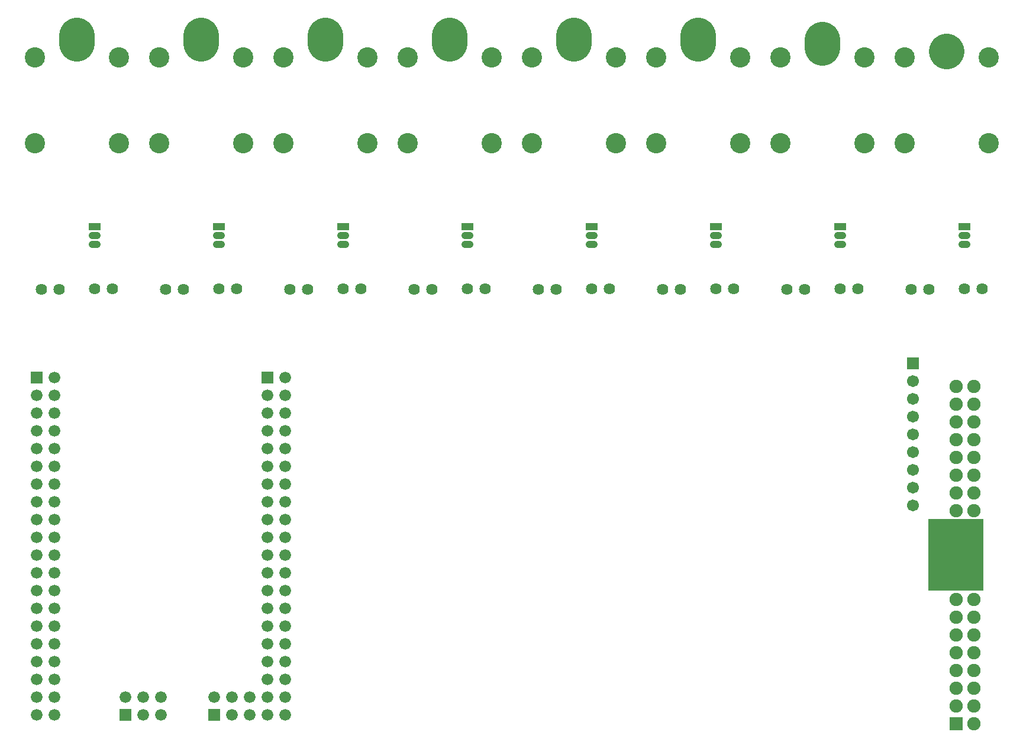
<source format=gbs>
G04 Layer: BottomSolderMaskLayer*
G04 EasyEDA v6.5.1, 2022-03-22 03:02:58*
G04 bf67d1bc75334a149d351373cee676c1,2944274e32f549b18320765f93dd2344,10*
G04 Gerber Generator version 0.2*
G04 Scale: 100 percent, Rotated: No, Reflected: No *
G04 Dimensions in millimeters *
G04 leading zeros omitted , absolute positions ,4 integer and 5 decimal *
%FSLAX45Y45*%
%MOMM*%

%ADD34C,1.0016*%
%ADD35C,1.6764*%
%ADD37C,1.6256*%
%ADD38R,1.9000X1.9000*%
%ADD39C,1.9000*%
%ADD43C,2.8956*%
%ADD45C,1.7016*%
%ADD46C,5.1016*%

%LPD*%
D46*
X14224000Y10756900D02*
G01*
X14224000Y10758093D01*
X12446000Y10807700D02*
G01*
X12446000Y10924387D01*
X3556000Y10870006D02*
G01*
X3556000Y10986693D01*
X1778000Y10870006D02*
G01*
X1778000Y10986693D01*
X3556000Y10870006D02*
G01*
X3556000Y10986693D01*
X5334000Y10870006D02*
G01*
X5334000Y10986693D01*
X7112000Y10870006D02*
G01*
X7112000Y10986693D01*
X8890000Y10870006D02*
G01*
X8890000Y10986693D01*
X10668000Y10870006D02*
G01*
X10668000Y10986693D01*
D34*
X2066998Y8001000D02*
G01*
X1996998Y8001000D01*
X2066998Y8128000D02*
G01*
X1996998Y8128000D01*
X3844998Y8001000D02*
G01*
X3774998Y8001000D01*
X3844998Y8128000D02*
G01*
X3774998Y8128000D01*
X5622998Y8001000D02*
G01*
X5552998Y8001000D01*
X5622998Y8128000D02*
G01*
X5552998Y8128000D01*
X7400998Y8001000D02*
G01*
X7330998Y8001000D01*
X7400998Y8128000D02*
G01*
X7330998Y8128000D01*
X9178998Y8001000D02*
G01*
X9108998Y8001000D01*
X9178998Y8128000D02*
G01*
X9108998Y8128000D01*
X10956998Y8001000D02*
G01*
X10886998Y8001000D01*
X10956998Y8128000D02*
G01*
X10886998Y8128000D01*
X12734998Y8001000D02*
G01*
X12664998Y8001000D01*
X12734998Y8128000D02*
G01*
X12664998Y8128000D01*
X14512998Y8001000D02*
G01*
X14442998Y8001000D01*
X14512998Y8128000D02*
G01*
X14442998Y8128000D01*
D35*
G01*
X2984500Y1524000D03*
G01*
X2984500Y1270000D03*
G01*
X2730500Y1524000D03*
G01*
X2730500Y1270000D03*
G01*
X2476500Y1524000D03*
G36*
X2392679Y1186179D02*
G01*
X2392679Y1353820D01*
X2560320Y1353820D01*
X2560320Y1186179D01*
G37*
G36*
X3662679Y1186179D02*
G01*
X3662679Y1353820D01*
X3830320Y1353820D01*
X3830320Y1186179D01*
G37*
G01*
X3746500Y1524000D03*
G01*
X4000500Y1270000D03*
G01*
X4000500Y1524000D03*
G01*
X4254500Y1270000D03*
G01*
X4254500Y1524000D03*
G01*
X4762500Y1270000D03*
G01*
X4508500Y1270000D03*
G01*
X4762500Y1524000D03*
G01*
X4508500Y1524000D03*
G01*
X4762500Y1778000D03*
G01*
X4508500Y1778000D03*
G01*
X4762500Y2032000D03*
G01*
X4508500Y2032000D03*
G01*
X4762500Y2286000D03*
G01*
X4508500Y2286000D03*
G01*
X4762500Y2540000D03*
G01*
X4508500Y2540000D03*
G01*
X4762500Y2794000D03*
G01*
X4508500Y2794000D03*
G01*
X4762500Y3048000D03*
G01*
X4508500Y3048000D03*
G01*
X4762500Y3302000D03*
G01*
X4508500Y3302000D03*
G01*
X4762500Y3556000D03*
G01*
X4508500Y3556000D03*
G01*
X4762500Y3810000D03*
G01*
X4508500Y3810000D03*
G01*
X4762500Y4064000D03*
G01*
X4508500Y4064000D03*
G01*
X4762500Y4318000D03*
G01*
X4508500Y4318000D03*
G01*
X4762500Y4572000D03*
G01*
X4508500Y4572000D03*
G01*
X4762500Y4826000D03*
G01*
X4508500Y4826000D03*
G01*
X4762500Y5080000D03*
G01*
X4508500Y5080000D03*
G01*
X4762500Y5334000D03*
G01*
X4508500Y5334000D03*
G01*
X4762500Y5588000D03*
G01*
X4508500Y5588000D03*
G01*
X4762500Y5842000D03*
G01*
X4508500Y5842000D03*
G01*
X4762500Y6096000D03*
G36*
X4424679Y6012179D02*
G01*
X4424679Y6179820D01*
X4592320Y6179820D01*
X4592320Y6012179D01*
G37*
D37*
G01*
X1270000Y7353300D03*
G01*
X1524000Y7353300D03*
G01*
X2032000Y7366000D03*
G01*
X2286000Y7366000D03*
G01*
X3810000Y7366000D03*
G01*
X4064000Y7366000D03*
G01*
X3048000Y7353300D03*
G01*
X3302000Y7353300D03*
G01*
X5588000Y7366000D03*
G01*
X5842000Y7366000D03*
G01*
X4826000Y7353300D03*
G01*
X5080000Y7353300D03*
G01*
X7366000Y7366000D03*
G01*
X7620000Y7366000D03*
G01*
X6604000Y7353300D03*
G01*
X6858000Y7353300D03*
G01*
X9144000Y7366000D03*
G01*
X9398000Y7366000D03*
G01*
X8382000Y7353300D03*
G01*
X8636000Y7353300D03*
G01*
X10922000Y7366000D03*
G01*
X11176000Y7366000D03*
G01*
X10160000Y7353300D03*
G01*
X10414000Y7353300D03*
G01*
X12700000Y7366000D03*
G01*
X12954000Y7366000D03*
G01*
X11938000Y7353300D03*
G01*
X12192000Y7353300D03*
G01*
X14478000Y7366000D03*
G01*
X14732000Y7366000D03*
G01*
X13716000Y7353300D03*
G01*
X13970000Y7353300D03*
D38*
G01*
X14363700Y1143000D03*
D39*
G01*
X14617700Y1143000D03*
G01*
X14363700Y1397000D03*
G01*
X14617700Y1397000D03*
G01*
X14363700Y1651000D03*
G01*
X14617700Y1651000D03*
G01*
X14363700Y1905000D03*
G01*
X14617700Y1905000D03*
G01*
X14363700Y2159000D03*
G01*
X14617700Y2159000D03*
G01*
X14363700Y2413000D03*
G01*
X14617700Y2413000D03*
G01*
X14363700Y2667000D03*
G01*
X14617700Y2667000D03*
G01*
X14363700Y2921000D03*
G01*
X14617700Y2921000D03*
G01*
X14363700Y3175000D03*
G01*
X14617700Y3175000D03*
G01*
X14363700Y3429000D03*
G01*
X14617700Y3429000D03*
G01*
X14363700Y3683000D03*
G01*
X14617700Y3683000D03*
G01*
X14363700Y3937000D03*
G01*
X14617700Y3937000D03*
G01*
X14363700Y4191000D03*
G01*
X14617700Y4191000D03*
G01*
X14363700Y4445000D03*
G01*
X14617700Y4445000D03*
G01*
X14363700Y4699000D03*
G01*
X14617700Y4699000D03*
G01*
X14363700Y4953000D03*
G01*
X14617700Y4953000D03*
G01*
X14363700Y5207000D03*
G01*
X14617700Y5207000D03*
G01*
X14363700Y5461000D03*
G01*
X14617700Y5461000D03*
G01*
X14363700Y5715000D03*
G01*
X14617700Y5715000D03*
G01*
X14363700Y5969000D03*
G01*
X14617700Y5969000D03*
G36*
X1122679Y6012179D02*
G01*
X1122679Y6179820D01*
X1290320Y6179820D01*
X1290320Y6012179D01*
G37*
D35*
G01*
X1460500Y6096000D03*
G01*
X1206500Y5842000D03*
G01*
X1460500Y5842000D03*
G01*
X1206500Y5588000D03*
G01*
X1460500Y5588000D03*
G01*
X1206500Y5334000D03*
G01*
X1460500Y5334000D03*
G01*
X1206500Y5080000D03*
G01*
X1460500Y5080000D03*
G01*
X1206500Y4826000D03*
G01*
X1460500Y4826000D03*
G01*
X1206500Y4572000D03*
G01*
X1460500Y4572000D03*
G01*
X1206500Y4318000D03*
G01*
X1460500Y4318000D03*
G01*
X1206500Y4064000D03*
G01*
X1460500Y4064000D03*
G01*
X1206500Y3810000D03*
G01*
X1460500Y3810000D03*
G01*
X1206500Y3556000D03*
G01*
X1460500Y3556000D03*
G01*
X1206500Y3302000D03*
G01*
X1460500Y3302000D03*
G01*
X1206500Y3048000D03*
G01*
X1460500Y3048000D03*
G01*
X1206500Y2794000D03*
G01*
X1460500Y2794000D03*
G01*
X1206500Y2540000D03*
G01*
X1460500Y2540000D03*
G01*
X1206500Y2286000D03*
G01*
X1460500Y2286000D03*
G01*
X1206500Y2032000D03*
G01*
X1460500Y2032000D03*
G01*
X1206500Y1778000D03*
G01*
X1460500Y1778000D03*
G01*
X1206500Y1524000D03*
G01*
X1460500Y1524000D03*
G01*
X1206500Y1270000D03*
G01*
X1460500Y1270000D03*
G36*
X1946909Y8204962D02*
G01*
X1946909Y8305037D01*
X2117090Y8305037D01*
X2117090Y8204962D01*
G37*
G36*
X3724909Y8204962D02*
G01*
X3724909Y8305037D01*
X3895090Y8305037D01*
X3895090Y8204962D01*
G37*
G36*
X5502909Y8204962D02*
G01*
X5502909Y8305037D01*
X5673090Y8305037D01*
X5673090Y8204962D01*
G37*
G36*
X7280909Y8204962D02*
G01*
X7280909Y8305037D01*
X7451090Y8305037D01*
X7451090Y8204962D01*
G37*
G36*
X9058909Y8204962D02*
G01*
X9058909Y8305037D01*
X9229090Y8305037D01*
X9229090Y8204962D01*
G37*
G36*
X10836909Y8204962D02*
G01*
X10836909Y8305037D01*
X11007090Y8305037D01*
X11007090Y8204962D01*
G37*
G36*
X12614909Y8204962D02*
G01*
X12614909Y8305037D01*
X12785090Y8305037D01*
X12785090Y8204962D01*
G37*
G36*
X14392909Y8204962D02*
G01*
X14392909Y8305037D01*
X14563090Y8305037D01*
X14563090Y8204962D01*
G37*
D43*
G01*
X6512052Y9449993D03*
G01*
X7112000Y10870006D03*
G01*
X7711998Y10670006D03*
G01*
X6512001Y10670006D03*
G01*
X7711947Y9449993D03*
G01*
X4734052Y9449993D03*
G01*
X5334000Y10870006D03*
G01*
X5933998Y10670006D03*
G01*
X4734001Y10670006D03*
G01*
X5933947Y9449993D03*
G01*
X2956052Y9449993D03*
G01*
X3556000Y10870006D03*
G01*
X4155998Y10670006D03*
G01*
X2956001Y10670006D03*
G01*
X4155947Y9449993D03*
G01*
X1178052Y9449993D03*
G01*
X1778000Y10870006D03*
G01*
X2377998Y10670006D03*
G01*
X1178001Y10670006D03*
G01*
X2377947Y9449993D03*
G01*
X13624052Y9449993D03*
G01*
X14224000Y10870006D03*
G01*
X14823998Y10670006D03*
G01*
X13624001Y10670006D03*
G01*
X14823947Y9449993D03*
G01*
X11846052Y9449993D03*
G01*
X12446000Y10870006D03*
G01*
X13045998Y10670006D03*
G01*
X11846001Y10670006D03*
G01*
X13045947Y9449993D03*
G01*
X10068052Y9449993D03*
G01*
X10668000Y10870006D03*
G01*
X11267998Y10670006D03*
G01*
X10068001Y10670006D03*
G01*
X11267947Y9449993D03*
G01*
X8290052Y9449993D03*
G01*
X8890000Y10870006D03*
G01*
X9489998Y10670006D03*
G01*
X8290001Y10670006D03*
G01*
X9489947Y9449993D03*
G36*
X13656309Y6214110D02*
G01*
X13656309Y6384289D01*
X13826490Y6384289D01*
X13826490Y6214110D01*
G37*
D45*
G01*
X13741400Y6045200D03*
G01*
X13741400Y5791200D03*
G01*
X13741400Y5537200D03*
G01*
X13741400Y5283200D03*
G01*
X13741400Y5029200D03*
G01*
X13741400Y4775200D03*
G01*
X13741400Y4521200D03*
G01*
X13741400Y4267200D03*
G36*
X13964920Y4069079D02*
G01*
X14749779Y4069079D01*
X14749779Y3042919D01*
X13964920Y3042919D01*
G37*
M02*

</source>
